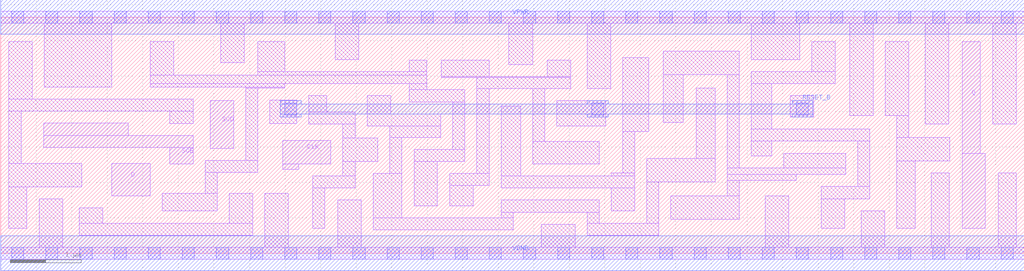
<source format=lef>
# Copyright 2020 The SkyWater PDK Authors
#
# Licensed under the Apache License, Version 2.0 (the "License");
# you may not use this file except in compliance with the License.
# You may obtain a copy of the License at
#
#     https://www.apache.org/licenses/LICENSE-2.0
#
# Unless required by applicable law or agreed to in writing, software
# distributed under the License is distributed on an "AS IS" BASIS,
# WITHOUT WARRANTIES OR CONDITIONS OF ANY KIND, either express or implied.
# See the License for the specific language governing permissions and
# limitations under the License.
#
# SPDX-License-Identifier: Apache-2.0

VERSION 5.7 ;
  NAMESCASESENSITIVE ON ;
  NOWIREEXTENSIONATPIN ON ;
  DIVIDERCHAR "/" ;
  BUSBITCHARS "[]" ;
UNITS
  DATABASE MICRONS 200 ;
END UNITS
MACRO sky130_fd_sc_hs__sdfrtp_2
  CLASS CORE ;
  FOREIGN sky130_fd_sc_hs__sdfrtp_2 ;
  ORIGIN  0.000000  0.000000 ;
  SIZE  14.40000 BY  3.330000 ;
  SYMMETRY X Y R90 ;
  SITE unit ;
  PIN D
    ANTENNAGATEAREA  0.159000 ;
    DIRECTION INPUT ;
    USE SIGNAL ;
    PORT
      LAYER li1 ;
        RECT 1.565000 0.810000 2.100000 1.265000 ;
    END
  END D
  PIN Q
    ANTENNADIFFAREA  0.543200 ;
    DIRECTION OUTPUT ;
    USE SIGNAL ;
    PORT
      LAYER li1 ;
        RECT 13.525000 0.350000 13.855000 1.410000 ;
        RECT 13.525000 1.410000 13.785000 2.980000 ;
    END
  END Q
  PIN RESET_B
    ANTENNAGATEAREA  0.411000 ;
    DIRECTION INPUT ;
    USE SIGNAL ;
    PORT
      LAYER met1 ;
        RECT  3.935000 1.920000  4.225000 1.965000 ;
        RECT  3.935000 1.965000 11.425000 2.105000 ;
        RECT  3.935000 2.105000  4.225000 2.150000 ;
        RECT  8.255000 1.920000  8.545000 1.965000 ;
        RECT  8.255000 2.105000  8.545000 2.150000 ;
        RECT 11.135000 1.920000 11.425000 1.965000 ;
        RECT 11.135000 2.105000 11.425000 2.150000 ;
    END
  END RESET_B
  PIN SCD
    ANTENNAGATEAREA  0.159000 ;
    DIRECTION INPUT ;
    USE SIGNAL ;
    PORT
      LAYER li1 ;
        RECT 2.945000 1.480000 3.275000 2.150000 ;
    END
  END SCD
  PIN SCE
    ANTENNAGATEAREA  0.318000 ;
    DIRECTION INPUT ;
    USE SIGNAL ;
    PORT
      LAYER li1 ;
        RECT 0.605000 1.490000 2.705000 1.660000 ;
        RECT 0.605000 1.660000 1.795000 1.835000 ;
        RECT 2.375000 1.260000 2.705000 1.490000 ;
    END
  END SCE
  PIN CLK
    ANTENNAGATEAREA  0.279000 ;
    DIRECTION INPUT ;
    USE CLOCK ;
    PORT
      LAYER li1 ;
        RECT 3.965000 1.180000 4.195000 1.260000 ;
        RECT 3.965000 1.260000 4.645000 1.590000 ;
    END
  END CLK
  PIN VGND
    DIRECTION INOUT ;
    USE GROUND ;
    PORT
      LAYER met1 ;
        RECT 0.000000 -0.245000 14.400000 0.245000 ;
    END
  END VGND
  PIN VPWR
    DIRECTION INOUT ;
    USE POWER ;
    PORT
      LAYER met1 ;
        RECT 0.000000 3.085000 14.400000 3.575000 ;
    END
  END VPWR
  OBS
    LAYER li1 ;
      RECT  0.000000 -0.085000 14.400000 0.085000 ;
      RECT  0.000000  3.245000 14.400000 3.415000 ;
      RECT  0.115000  0.350000  0.365000 0.935000 ;
      RECT  0.115000  0.935000  1.140000 1.265000 ;
      RECT  0.115000  1.265000  0.285000 2.005000 ;
      RECT  0.115000  2.005000  2.705000 2.175000 ;
      RECT  0.115000  2.175000  0.445000 2.980000 ;
      RECT  0.545000  0.085000  0.875000 0.765000 ;
      RECT  0.615000  2.345000  1.565000 3.245000 ;
      RECT  1.105000  0.255000  3.545000 0.425000 ;
      RECT  1.105000  0.425000  1.435000 0.640000 ;
      RECT  2.105000  2.345000  3.995000 2.390000 ;
      RECT  2.105000  2.390000  5.995000 2.515000 ;
      RECT  2.105000  2.515000  2.435000 2.980000 ;
      RECT  2.270000  0.595000  3.045000 0.845000 ;
      RECT  2.375000  1.830000  2.705000 2.005000 ;
      RECT  2.875000  0.845000  3.045000 1.140000 ;
      RECT  2.875000  1.140000  3.615000 1.310000 ;
      RECT  3.095000  2.685000  3.425000 3.245000 ;
      RECT  3.215000  0.425000  3.545000 0.845000 ;
      RECT  3.445000  1.310000  3.615000 2.330000 ;
      RECT  3.445000  2.330000  3.995000 2.345000 ;
      RECT  3.615000  2.515000  5.995000 2.560000 ;
      RECT  3.615000  2.560000  3.995000 2.980000 ;
      RECT  3.715000  0.085000  4.045000 0.845000 ;
      RECT  3.785000  1.830000  4.165000 2.160000 ;
      RECT  4.335000  1.820000  4.985000 1.990000 ;
      RECT  4.335000  1.990000  4.585000 2.220000 ;
      RECT  4.390000  0.350000  4.560000 0.920000 ;
      RECT  4.390000  0.920000  4.985000 1.090000 ;
      RECT  4.705000  2.730000  5.035000 3.245000 ;
      RECT  4.740000  0.085000  5.070000 0.750000 ;
      RECT  4.815000  1.090000  4.985000 1.295000 ;
      RECT  4.815000  1.295000  5.305000 1.625000 ;
      RECT  4.815000  1.625000  4.985000 1.820000 ;
      RECT  5.155000  1.795000  6.190000 1.965000 ;
      RECT  5.155000  1.965000  5.485000 2.220000 ;
      RECT  5.240000  0.330000  7.210000 0.500000 ;
      RECT  5.240000  0.500000  5.645000 1.125000 ;
      RECT  5.475000  1.125000  5.645000 1.635000 ;
      RECT  5.475000  1.635000  6.190000 1.795000 ;
      RECT  5.745000  2.135000  6.530000 2.305000 ;
      RECT  5.745000  2.305000  5.995000 2.390000 ;
      RECT  5.745000  2.560000  5.995000 2.725000 ;
      RECT  5.815000  0.670000  6.145000 1.295000 ;
      RECT  5.815000  1.295000  6.530000 1.465000 ;
      RECT  6.195000  2.475000  8.020000 2.490000 ;
      RECT  6.195000  2.490000  6.870000 2.725000 ;
      RECT  6.315000  0.670000  6.645000 0.955000 ;
      RECT  6.315000  0.955000  6.870000 1.125000 ;
      RECT  6.360000  1.465000  6.530000 2.135000 ;
      RECT  6.700000  1.125000  6.870000 2.320000 ;
      RECT  6.700000  2.320000  8.020000 2.475000 ;
      RECT  7.040000  0.500000  7.210000 0.580000 ;
      RECT  7.040000  0.580000  8.420000 0.750000 ;
      RECT  7.040000  0.920000  8.920000 1.090000 ;
      RECT  7.040000  1.090000  7.315000 2.075000 ;
      RECT  7.150000  2.660000  7.485000 3.245000 ;
      RECT  7.485000  1.260000  8.420000 1.575000 ;
      RECT  7.485000  1.575000  7.655000 2.320000 ;
      RECT  7.605000  0.085000  8.080000 0.410000 ;
      RECT  7.690000  2.490000  8.020000 2.725000 ;
      RECT  7.825000  1.795000  8.515000 2.150000 ;
      RECT  8.250000  0.255000  9.260000 0.425000 ;
      RECT  8.250000  0.425000  8.420000 0.580000 ;
      RECT  8.250000  2.320000  8.580000 3.245000 ;
      RECT  8.590000  0.595000  8.920000 0.920000 ;
      RECT  8.590000  1.090000  8.920000 1.130000 ;
      RECT  8.750000  1.130000  8.920000 1.715000 ;
      RECT  8.750000  1.715000  9.115000 2.755000 ;
      RECT  9.090000  0.425000  9.260000 1.005000 ;
      RECT  9.090000  1.005000 10.050000 1.335000 ;
      RECT  9.320000  1.840000  9.600000 2.520000 ;
      RECT  9.320000  2.520000 10.390000 2.850000 ;
      RECT  9.430000  0.480000 10.390000 0.810000 ;
      RECT  9.785000  1.335000 10.050000 2.330000 ;
      RECT 10.220000  0.810000 10.390000 1.030000 ;
      RECT 10.220000  1.030000 11.190000 1.110000 ;
      RECT 10.220000  1.110000 11.890000 1.200000 ;
      RECT 10.220000  1.200000 10.390000 2.520000 ;
      RECT 10.560000  1.370000 10.850000 1.580000 ;
      RECT 10.560000  1.580000 12.230000 1.750000 ;
      RECT 10.560000  1.750000 10.850000 2.390000 ;
      RECT 10.560000  2.390000 11.740000 2.560000 ;
      RECT 10.560000  2.730000 11.240000 3.245000 ;
      RECT 10.755000  0.085000 11.085000 0.810000 ;
      RECT 11.020000  1.200000 11.890000 1.410000 ;
      RECT 11.110000  1.920000 11.440000 2.220000 ;
      RECT 11.410000  2.560000 11.740000 2.980000 ;
      RECT 11.545000  0.350000 11.875000 0.770000 ;
      RECT 11.545000  0.770000 12.230000 0.940000 ;
      RECT 11.945000  1.940000 12.275000 3.245000 ;
      RECT 12.060000  0.940000 12.230000 1.580000 ;
      RECT 12.105000  0.085000 12.435000 0.600000 ;
      RECT 12.445000  1.940000 12.775000 2.980000 ;
      RECT 12.605000  0.350000 12.865000 1.300000 ;
      RECT 12.605000  1.300000 13.355000 1.630000 ;
      RECT 12.605000  1.630000 12.775000 1.940000 ;
      RECT 13.005000  1.820000 13.335000 3.245000 ;
      RECT 13.095000  0.085000 13.345000 1.130000 ;
      RECT 13.955000  1.820000 14.285000 3.245000 ;
      RECT 14.035000  0.085000 14.285000 1.130000 ;
    LAYER mcon ;
      RECT  0.155000 -0.085000  0.325000 0.085000 ;
      RECT  0.155000  3.245000  0.325000 3.415000 ;
      RECT  0.635000 -0.085000  0.805000 0.085000 ;
      RECT  0.635000  3.245000  0.805000 3.415000 ;
      RECT  1.115000 -0.085000  1.285000 0.085000 ;
      RECT  1.115000  3.245000  1.285000 3.415000 ;
      RECT  1.595000 -0.085000  1.765000 0.085000 ;
      RECT  1.595000  3.245000  1.765000 3.415000 ;
      RECT  2.075000 -0.085000  2.245000 0.085000 ;
      RECT  2.075000  3.245000  2.245000 3.415000 ;
      RECT  2.555000 -0.085000  2.725000 0.085000 ;
      RECT  2.555000  3.245000  2.725000 3.415000 ;
      RECT  3.035000 -0.085000  3.205000 0.085000 ;
      RECT  3.035000  3.245000  3.205000 3.415000 ;
      RECT  3.515000 -0.085000  3.685000 0.085000 ;
      RECT  3.515000  3.245000  3.685000 3.415000 ;
      RECT  3.995000 -0.085000  4.165000 0.085000 ;
      RECT  3.995000  1.950000  4.165000 2.120000 ;
      RECT  3.995000  3.245000  4.165000 3.415000 ;
      RECT  4.475000 -0.085000  4.645000 0.085000 ;
      RECT  4.475000  3.245000  4.645000 3.415000 ;
      RECT  4.955000 -0.085000  5.125000 0.085000 ;
      RECT  4.955000  3.245000  5.125000 3.415000 ;
      RECT  5.435000 -0.085000  5.605000 0.085000 ;
      RECT  5.435000  3.245000  5.605000 3.415000 ;
      RECT  5.915000 -0.085000  6.085000 0.085000 ;
      RECT  5.915000  3.245000  6.085000 3.415000 ;
      RECT  6.395000 -0.085000  6.565000 0.085000 ;
      RECT  6.395000  3.245000  6.565000 3.415000 ;
      RECT  6.875000 -0.085000  7.045000 0.085000 ;
      RECT  6.875000  3.245000  7.045000 3.415000 ;
      RECT  7.355000 -0.085000  7.525000 0.085000 ;
      RECT  7.355000  3.245000  7.525000 3.415000 ;
      RECT  7.835000 -0.085000  8.005000 0.085000 ;
      RECT  7.835000  3.245000  8.005000 3.415000 ;
      RECT  8.315000 -0.085000  8.485000 0.085000 ;
      RECT  8.315000  1.950000  8.485000 2.120000 ;
      RECT  8.315000  3.245000  8.485000 3.415000 ;
      RECT  8.795000 -0.085000  8.965000 0.085000 ;
      RECT  8.795000  3.245000  8.965000 3.415000 ;
      RECT  9.275000 -0.085000  9.445000 0.085000 ;
      RECT  9.275000  3.245000  9.445000 3.415000 ;
      RECT  9.755000 -0.085000  9.925000 0.085000 ;
      RECT  9.755000  3.245000  9.925000 3.415000 ;
      RECT 10.235000 -0.085000 10.405000 0.085000 ;
      RECT 10.235000  3.245000 10.405000 3.415000 ;
      RECT 10.715000 -0.085000 10.885000 0.085000 ;
      RECT 10.715000  3.245000 10.885000 3.415000 ;
      RECT 11.195000 -0.085000 11.365000 0.085000 ;
      RECT 11.195000  1.950000 11.365000 2.120000 ;
      RECT 11.195000  3.245000 11.365000 3.415000 ;
      RECT 11.675000 -0.085000 11.845000 0.085000 ;
      RECT 11.675000  3.245000 11.845000 3.415000 ;
      RECT 12.155000 -0.085000 12.325000 0.085000 ;
      RECT 12.155000  3.245000 12.325000 3.415000 ;
      RECT 12.635000 -0.085000 12.805000 0.085000 ;
      RECT 12.635000  3.245000 12.805000 3.415000 ;
      RECT 13.115000 -0.085000 13.285000 0.085000 ;
      RECT 13.115000  3.245000 13.285000 3.415000 ;
      RECT 13.595000 -0.085000 13.765000 0.085000 ;
      RECT 13.595000  3.245000 13.765000 3.415000 ;
      RECT 14.075000 -0.085000 14.245000 0.085000 ;
      RECT 14.075000  3.245000 14.245000 3.415000 ;
  END
END sky130_fd_sc_hs__sdfrtp_2
END LIBRARY

</source>
